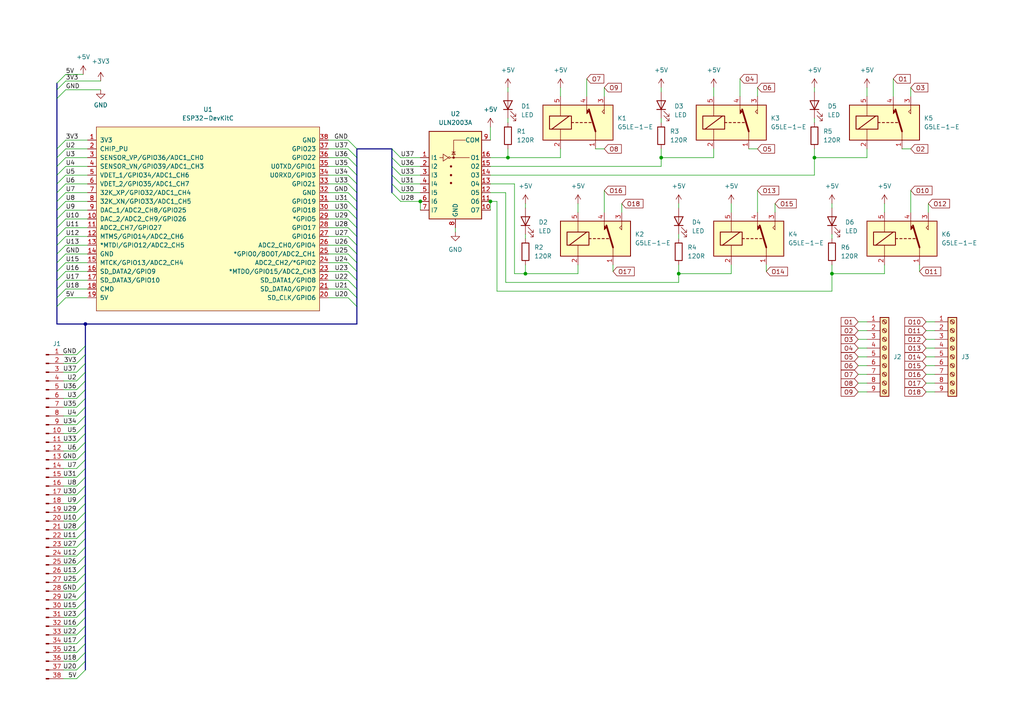
<source format=kicad_sch>
(kicad_sch (version 20211123) (generator eeschema)
  (paper "A4")
  (lib_symbols
    (symbol "Connector:Conn_01x38_Male" (pin_names (offset 1.016) hide)
      (property "Reference" "J" (at 0 48.26 0))
      (property "Value" "Conn_01x38_Male" (at 0 -50.8 0))
      (symbol "Conn_01x38_Male_1_1"
        (pin passive line (at 5.08 45.72 180) (length 3.81) (name "Pin_1") (number "1"))
        (pin passive line (at 5.08 22.86 180) (length 3.81) (name "Pin_10") (number "10"))
        (pin passive line (at 5.08 20.32 180) (length 3.81) (name "Pin_11") (number "11"))
        (pin passive line (at 5.08 17.78 180) (length 3.81) (name "Pin_12") (number "12"))
        (pin passive line (at 5.08 15.24 180) (length 3.81) (name "Pin_13") (number "13"))
        (pin passive line (at 5.08 12.7 180) (length 3.81) (name "Pin_14") (number "14"))
        (pin passive line (at 5.08 10.16 180) (length 3.81) (name "Pin_15") (number "15"))
        (pin passive line (at 5.08 7.62 180) (length 3.81) (name "Pin_16") (number "16"))
        (pin passive line (at 5.08 5.08 180) (length 3.81) (name "Pin_17") (number "17"))
        (pin passive line (at 5.08 2.54 180) (length 3.81) (name "Pin_18") (number "18"))
        (pin passive line (at 5.08 0 180) (length 3.81) (name "Pin_19") (number "19"))
        (pin passive line (at 5.08 43.18 180) (length 3.81) (name "Pin_2") (number "2"))
        (pin passive line (at 5.08 -2.54 180) (length 3.81) (name "Pin_20") (number "20"))
        (pin passive line (at 5.08 -5.08 180) (length 3.81) (name "Pin_21") (number "21"))
        (pin passive line (at 5.08 -7.62 180) (length 3.81) (name "Pin_22") (number "22"))
        (pin passive line (at 5.08 -10.16 180) (length 3.81) (name "Pin_23") (number "23"))
        (pin passive line (at 5.08 -12.7 180) (length 3.81) (name "Pin_24") (number "24"))
        (pin passive line (at 5.08 -15.24 180) (length 3.81) (name "Pin_25") (number "25"))
        (pin passive line (at 5.08 -17.78 180) (length 3.81) (name "Pin_26") (number "26"))
        (pin passive line (at 5.08 -20.32 180) (length 3.81) (name "Pin_27") (number "27"))
        (pin passive line (at 5.08 -22.86 180) (length 3.81) (name "Pin_28") (number "28"))
        (pin passive line (at 5.08 -25.4 180) (length 3.81) (name "Pin_29") (number "29"))
        (pin passive line (at 5.08 40.64 180) (length 3.81) (name "Pin_3") (number "3"))
        (pin passive line (at 5.08 -27.94 180) (length 3.81) (name "Pin_30") (number "30"))
        (pin passive line (at 5.08 -30.48 180) (length 3.81) (name "Pin_31") (number "31"))
        (pin passive line (at 5.08 -33.02 180) (length 3.81) (name "Pin_32") (number "32"))
        (pin passive line (at 5.08 -35.56 180) (length 3.81) (name "Pin_33") (number "33"))
        (pin passive line (at 5.08 -38.1 180) (length 3.81) (name "Pin_34") (number "34"))
        (pin passive line (at 5.08 -40.64 180) (length 3.81) (name "Pin_35") (number "35"))
        (pin passive line (at 5.08 -43.18 180) (length 3.81) (name "Pin_36") (number "36"))
        (pin passive line (at 5.08 -45.72 180) (length 3.81) (name "Pin_37") (number "37"))
        (pin passive line (at 5.08 -48.26 180) (length 3.81) (name "Pin_38") (number "38"))
        (pin passive line (at 5.08 38.1 180) (length 3.81) (name "Pin_4") (number "4"))
        (pin passive line (at 5.08 35.56 180) (length 3.81) (name "Pin_5") (number "5"))
        (pin passive line (at 5.08 33.02 180) (length 3.81) (name "Pin_6") (number "6"))
        (pin passive line (at 5.08 30.48 180) (length 3.81) (name "Pin_7") (number "7"))
        (pin passive line (at 5.08 27.94 180) (length 3.81) (name "Pin_8") (number "8"))
        (pin passive line (at 5.08 25.4 180) (length 3.81) (name "Pin_9") (number "9"))
      )
    )
    (symbol "Connector:Screw_Terminal_01x09" (pin_names (offset 1.016) hide)
      (property "Reference" "J" (at 0 12.7 0))
      (property "Value" "Screw_Terminal_01x09" (at 0 -12.7 0))
      (symbol "Screw_Terminal_01x09_1_1"
        (pin passive line (at -5.08 10.16 0) (length 3.81) (name "Pin_1") (number "1"))
        (pin passive line (at -5.08 7.62 0) (length 3.81) (name "Pin_2") (number "2"))
        (pin passive line (at -5.08 5.08 0) (length 3.81) (name "Pin_3") (number "3"))
        (pin passive line (at -5.08 2.54 0) (length 3.81) (name "Pin_4") (number "4"))
        (pin passive line (at -5.08 0 0) (length 3.81) (name "Pin_5") (number "5"))
        (pin passive line (at -5.08 -2.54 0) (length 3.81) (name "Pin_6") (number "6"))
        (pin passive line (at -5.08 -5.08 0) (length 3.81) (name "Pin_7") (number "7"))
        (pin passive line (at -5.08 -7.62 0) (length 3.81) (name "Pin_8") (number "8"))
        (pin passive line (at -5.08 -10.16 0) (length 3.81) (name "Pin_9") (number "9"))
      )
    )
    (symbol "Device:LED" (pin_numbers hide) (pin_names (offset 1.016) hide)
      (property "Reference" "D" (at 0 2.54 0))
      (property "Value" "LED" (at 0 -2.54 0))
      (symbol "LED_1_1"
        (pin passive line (at -3.81 0 0) (length 2.54) (name "K") (number "1"))
        (pin passive line (at 3.81 0 180) (length 2.54) (name "A") (number "2"))
      )
    )
    (symbol "Device:R" (pin_numbers hide) (pin_names (offset 0))
      (property "Reference" "R" (at 2.032 0 90))
      (property "Value" "R" (at 0 0 90))
      (symbol "R_1_1"
        (pin passive line (at 0 3.81 270) (length 1.27) (name "~") (number "1"))
        (pin passive line (at 0 -3.81 90) (length 1.27) (name "~") (number "2"))
      )
    )
    (symbol "Espressif:ESP32-DevKitC" (pin_names (offset 1.016))
      (property "Reference" "U" (at -8.89 26.67 0))
      (property "Value" "ESP32-DevKitC" (at 0 -29.21 0))
      (symbol "ESP32-DevKitC_0_0"
        (pin power_in line (at -33.02 -11.43 0) (length 2.54) (name "GND") (number "14"))
        (pin power_in line (at -33.02 -24.13 0) (length 2.54) (name "5V") (number "19"))
      )
      (symbol "ESP32-DevKitC_1_1"
        (pin power_in line (at -33.02 21.59 0) (length 2.54) (name "3V3") (number "1"))
        (pin bidirectional line (at -33.02 -1.27 0) (length 2.54) (name "DAC_2/ADC2_CH9/GPIO26") (number "10"))
        (pin bidirectional line (at -33.02 -3.81 0) (length 2.54) (name "ADC2_CH7/GPIO27") (number "11"))
        (pin bidirectional line (at -33.02 -6.35 0) (length 2.54) (name "MTMS/GPIO14/ADC2_CH6") (number "12"))
        (pin bidirectional line (at -33.02 -8.89 0) (length 2.54) (name "*MTDI/GPIO12/ADC2_CH5") (number "13"))
        (pin bidirectional line (at -33.02 -13.97 0) (length 2.54) (name "MTCK/GPIO13/ADC2_CH4") (number "15"))
        (pin bidirectional line (at -33.02 -16.51 0) (length 2.54) (name "SD_DATA2/GPIO9") (number "16"))
        (pin bidirectional line (at -33.02 -19.05 0) (length 2.54) (name "SD_DATA3/GPIO10") (number "17"))
        (pin bidirectional line (at -33.02 -21.59 0) (length 2.54) (name "CMD") (number "18"))
        (pin input line (at -33.02 19.05 0) (length 2.54) (name "CHIP_PU") (number "2"))
        (pin bidirectional line (at 36.83 -24.13 180) (length 2.54) (name "SD_CLK/GPIO6") (number "20"))
        (pin bidirectional line (at 36.83 -21.59 180) (length 2.54) (name "SD_DATA0/GPIO7") (number "21"))
        (pin bidirectional line (at 36.83 -19.05 180) (length 2.54) (name "SD_DATA1/GPIO8") (number "22"))
        (pin bidirectional line (at 36.83 -16.51 180) (length 2.54) (name "*MTDO/GPIO15/ADC2_CH3") (number "23"))
        (pin bidirectional line (at 36.83 -13.97 180) (length 2.54) (name "ADC2_CH2/*GPIO2") (number "24"))
        (pin bidirectional line (at 36.83 -11.43 180) (length 2.54) (name "*GPIO0/BOOT/ADC2_CH1") (number "25"))
        (pin bidirectional line (at 36.83 -8.89 180) (length 2.54) (name "ADC2_CH0/GPIO4") (number "26"))
        (pin bidirectional line (at 36.83 -6.35 180) (length 2.54) (name "GPIO16") (number "27"))
        (pin bidirectional line (at 36.83 -3.81 180) (length 2.54) (name "GPIO17") (number "28"))
        (pin bidirectional line (at 36.83 -1.27 180) (length 2.54) (name "*GPIO5") (number "29"))
        (pin input line (at -33.02 16.51 0) (length 2.54) (name "SENSOR_VP/GPIO36/ADC1_CH0") (number "3"))
        (pin bidirectional line (at 36.83 1.27 180) (length 2.54) (name "GPIO18") (number "30"))
        (pin bidirectional line (at 36.83 3.81 180) (length 2.54) (name "GPIO19") (number "31"))
        (pin power_in line (at 36.83 6.35 180) (length 2.54) (name "GND") (number "32"))
        (pin bidirectional line (at 36.83 8.89 180) (length 2.54) (name "GPIO21") (number "33"))
        (pin bidirectional line (at 36.83 11.43 180) (length 2.54) (name "U0RXD/GPIO3") (number "34"))
        (pin bidirectional line (at 36.83 13.97 180) (length 2.54) (name "U0TXD/GPIO1") (number "35"))
        (pin bidirectional line (at 36.83 16.51 180) (length 2.54) (name "GPIO22") (number "36"))
        (pin bidirectional line (at 36.83 19.05 180) (length 2.54) (name "GPIO23") (number "37"))
        (pin power_in line (at 36.83 21.59 180) (length 2.54) (name "GND") (number "38"))
        (pin input line (at -33.02 13.97 0) (length 2.54) (name "SENSOR_VN/GPIO39/ADC1_CH3") (number "4"))
        (pin input line (at -33.02 11.43 0) (length 2.54) (name "VDET_1/GPIO34/ADC1_CH6") (number "5"))
        (pin input line (at -33.02 8.89 0) (length 2.54) (name "VDET_2/GPIO35/ADC1_CH7") (number "6"))
        (pin bidirectional line (at -33.02 6.35 0) (length 2.54) (name "32K_XP/GPIO32/ADC1_CH4") (number "7"))
        (pin bidirectional line (at -33.02 3.81 0) (length 2.54) (name "32K_XN/GPIO33/ADC1_CH5") (number "8"))
        (pin bidirectional line (at -33.02 1.27 0) (length 2.54) (name "DAC_1/ADC2_CH8/GPIO25") (number "9"))
      )
    )
    (symbol "Relay:G5LE-1"
      (property "Reference" "K" (at 11.43 3.81 0))
      (property "Value" "G5LE-1" (at 11.43 1.27 0))
      (symbol "G5LE-1_1_1"
        (pin passive line (at 5.08 -7.62 90) (length 2.54) (name "~") (number "1"))
        (pin passive line (at -5.08 -7.62 90) (length 2.54) (name "~") (number "2"))
        (pin passive line (at 7.62 7.62 270) (length 2.54) (name "~") (number "3"))
        (pin passive line (at 2.54 7.62 270) (length 2.54) (name "~") (number "4"))
        (pin passive line (at -5.08 7.62 270) (length 2.54) (name "~") (number "5"))
      )
    )
    (symbol "Transistor_Array:ULN2003A"
      (property "Reference" "U" (at 0 15.875 0))
      (property "Value" "ULN2003A" (at 0 13.97 0))
      (symbol "ULN2003A_1_1"
        (pin input line (at -10.16 5.08 0) (length 2.54) (name "I1") (number "1"))
        (pin open_collector line (at 10.16 -10.16 180) (length 2.54) (name "O7") (number "10"))
        (pin open_collector line (at 10.16 -7.62 180) (length 2.54) (name "O6") (number "11"))
        (pin open_collector line (at 10.16 -5.08 180) (length 2.54) (name "O5") (number "12"))
        (pin open_collector line (at 10.16 -2.54 180) (length 2.54) (name "O4") (number "13"))
        (pin open_collector line (at 10.16 0 180) (length 2.54) (name "O3") (number "14"))
        (pin open_collector line (at 10.16 2.54 180) (length 2.54) (name "O2") (number "15"))
        (pin open_collector line (at 10.16 5.08 180) (length 2.54) (name "O1") (number "16"))
        (pin input line (at -10.16 2.54 0) (length 2.54) (name "I2") (number "2"))
        (pin input line (at -10.16 0 0) (length 2.54) (name "I3") (number "3"))
        (pin input line (at -10.16 -2.54 0) (length 2.54) (name "I4") (number "4"))
        (pin input line (at -10.16 -5.08 0) (length 2.54) (name "I5") (number "5"))
        (pin input line (at -10.16 -7.62 0) (length 2.54) (name "I6") (number "6"))
        (pin input line (at -10.16 -10.16 0) (length 2.54) (name "I7") (number "7"))
        (pin power_in line (at 0 -15.24 90) (length 2.54) (name "GND") (number "8"))
        (pin passive line (at 10.16 10.16 180) (length 2.54) (name "COM") (number "9"))
      )
    )
    (symbol "power:+3.3V" (power) (pin_names (offset 0))
      (property "Value" "+3.3V" (at 0 3.556 0))
      (symbol "+3.3V_1_1"
        (pin power_in line (at 0 0 90) (length 0) hide (name "+3V3") (number "1"))
      )
    )
    (symbol "power:+5V" (power) (pin_names (offset 0))
      (property "Value" "+5V" (at 0 3.556 0))
      (symbol "+5V_1_1"
        (pin power_in line (at 0 0 90) (length 0) hide (name "+5V") (number "1"))
      )
    )
    (symbol "power:GND" (power) (pin_names (offset 0))
      (property "Value" "GND" (at 0 -3.81 0))
      (symbol "GND_1_1"
        (pin power_in line (at 0 0 270) (length 0) hide (name "GND") (number "1"))
      )
    )
  )
  (bus_alias "U" (members "U1" "U2" "U3" "U4" "U5" "U6" "U7"))
  (junction (at 152.4 79.375))
  (junction (at 142.24 58.42))
  (junction (at 241.3 79.375))
  (junction (at 191.77 45.72))
  (junction (at 24.765 93.98))
  (junction (at 236.22 45.72))
  (junction (at 147.32 45.72))
  (junction (at 196.85 79.375))
  (junction (at 121.92 58.42))
  (bus_entry (at 100.965 50.8) (size 2.54 2.54))
  (bus_entry (at 100.965 76.2) (size 2.54 2.54))
  (bus_entry (at 100.965 48.26) (size 2.54 2.54))
  (bus_entry (at 24.765 143.51) (size -2.54 2.54))
  (bus_entry (at 100.965 45.72) (size 2.54 2.54))
  (bus_entry (at 24.765 113.03) (size -2.54 2.54))
  (bus_entry (at 113.665 55.88) (size 2.54 2.54))
  (bus_entry (at 113.665 50.8) (size 2.54 2.54))
  (bus_entry (at 113.665 45.72) (size 2.54 2.54))
  (bus_entry (at 19.05 21.59) (size -2.54 2.54))
  (bus_entry (at 24.765 148.59) (size -2.54 2.54))
  (bus_entry (at 24.765 133.35) (size -2.54 2.54))
  (bus_entry (at 100.965 53.34) (size 2.54 2.54))
  (bus_entry (at 100.965 81.28) (size 2.54 2.54))
  (bus_entry (at 100.965 66.04) (size 2.54 2.54))
  (bus_entry (at 24.765 107.95) (size -2.54 2.54))
  (bus_entry (at 24.765 140.97) (size -2.54 2.54))
  (bus_entry (at 24.765 146.05) (size -2.54 2.54))
  (bus_entry (at 24.765 135.89) (size -2.54 2.54))
  (bus_entry (at 24.765 130.81) (size -2.54 2.54))
  (bus_entry (at 24.765 151.13) (size -2.54 2.54))
  (bus_entry (at 24.765 156.21) (size -2.54 2.54))
  (bus_entry (at 24.765 161.29) (size -2.54 2.54))
  (bus_entry (at 24.765 181.61) (size -2.54 2.54))
  (bus_entry (at 24.765 186.69) (size -2.54 2.54))
  (bus_entry (at 24.765 191.77) (size -2.54 2.54))
  (bus_entry (at 24.765 176.53) (size -2.54 2.54))
  (bus_entry (at 24.765 166.37) (size -2.54 2.54))
  (bus_entry (at 24.765 171.45) (size -2.54 2.54))
  (bus_entry (at 24.765 123.19) (size -2.54 2.54))
  (bus_entry (at 113.665 53.34) (size 2.54 2.54))
  (bus_entry (at 113.665 48.26) (size 2.54 2.54))
  (bus_entry (at 24.765 158.75) (size -2.54 2.54))
  (bus_entry (at 100.965 60.96) (size 2.54 2.54))
  (bus_entry (at 100.965 73.66) (size 2.54 2.54))
  (bus_entry (at 100.965 86.36) (size 2.54 2.54))
  (bus_entry (at 100.965 78.74) (size 2.54 2.54))
  (bus_entry (at 19.05 63.5) (size -2.54 2.54))
  (bus_entry (at 19.05 60.96) (size -2.54 2.54))
  (bus_entry (at 19.05 55.88) (size -2.54 2.54))
  (bus_entry (at 19.05 58.42) (size -2.54 2.54))
  (bus_entry (at 19.05 66.04) (size -2.54 2.54))
  (bus_entry (at 19.05 71.12) (size -2.54 2.54))
  (bus_entry (at 19.05 68.58) (size -2.54 2.54))
  (bus_entry (at 19.05 73.66) (size -2.54 2.54))
  (bus_entry (at 19.05 53.34) (size -2.54 2.54))
  (bus_entry (at 19.05 45.72) (size -2.54 2.54))
  (bus_entry (at 19.05 43.18) (size -2.54 2.54))
  (bus_entry (at 19.05 50.8) (size -2.54 2.54))
  (bus_entry (at 19.05 48.26) (size -2.54 2.54))
  (bus_entry (at 19.05 40.64) (size -2.54 2.54))
  (bus_entry (at 19.05 81.28) (size -2.54 2.54))
  (bus_entry (at 19.05 86.36) (size -2.54 2.54))
  (bus_entry (at 19.05 83.82) (size -2.54 2.54))
  (bus_entry (at 19.05 78.74) (size -2.54 2.54))
  (bus_entry (at 19.05 76.2) (size -2.54 2.54))
  (bus_entry (at 24.765 173.99) (size -2.54 2.54))
  (bus_entry (at 113.665 43.18) (size 2.54 2.54))
  (bus_entry (at 100.965 71.12) (size 2.54 2.54))
  (bus_entry (at 100.965 63.5) (size 2.54 2.54))
  (bus_entry (at 100.965 58.42) (size 2.54 2.54))
  (bus_entry (at 100.965 55.88) (size 2.54 2.54))
  (bus_entry (at 24.765 163.83) (size -2.54 2.54))
  (bus_entry (at 24.765 184.15) (size -2.54 2.54))
  (bus_entry (at 24.765 189.23) (size -2.54 2.54))
  (bus_entry (at 24.765 194.31) (size -2.54 2.54))
  (bus_entry (at 24.765 179.07) (size -2.54 2.54))
  (bus_entry (at 24.765 168.91) (size -2.54 2.54))
  (bus_entry (at 24.765 138.43) (size -2.54 2.54))
  (bus_entry (at 24.765 153.67) (size -2.54 2.54))
  (bus_entry (at 16.51 26.035) (size 2.54 -2.54))
  (bus_entry (at 16.51 28.575) (size 2.54 -2.54))
  (bus_entry (at 24.765 102.87) (size -2.54 2.54))
  (bus_entry (at 24.765 118.11) (size -2.54 2.54))
  (bus_entry (at 24.765 128.27) (size -2.54 2.54))
  (bus_entry (at 100.965 43.18) (size 2.54 2.54))
  (bus_entry (at 24.765 125.73) (size -2.54 2.54))
  (bus_entry (at 24.765 110.49) (size -2.54 2.54))
  (bus_entry (at 24.765 120.65) (size -2.54 2.54))
  (bus_entry (at 24.765 105.41) (size -2.54 2.54))
  (bus_entry (at 24.765 100.33) (size -2.54 2.54))
  (bus_entry (at 24.765 115.57) (size -2.54 2.54))
  (bus_entry (at 100.965 68.58) (size 2.54 2.54))
  (bus_entry (at 100.965 40.64) (size 2.54 2.54))
  (bus_entry (at 100.965 83.82) (size 2.54 2.54))
  (wire (pts (xy 18.415 151.13) (xy 22.225 151.13)))
  (bus (pts (xy 24.765 158.75) (xy 24.765 161.29)))
  (wire (pts (xy 241.3 84.455) (xy 241.3 79.375)))
  (bus (pts (xy 24.765 140.97) (xy 24.765 143.51)))
  (wire (pts (xy 142.24 45.72) (xy 147.32 45.72)))
  (wire (pts (xy 95.25 86.36) (xy 100.965 86.36)))
  (wire (pts (xy 18.415 173.99) (xy 22.225 173.99)))
  (bus (pts (xy 24.765 181.61) (xy 24.765 184.15)))
  (wire (pts (xy 147.32 34.29) (xy 147.32 35.56)))
  (bus (pts (xy 24.765 184.15) (xy 24.765 186.69)))
  (wire (pts (xy 18.415 123.19) (xy 22.225 123.19)))
  (bus (pts (xy 24.765 93.98) (xy 103.505 93.98)))
  (bus (pts (xy 113.665 48.26) (xy 113.665 50.8)))
  (wire (pts (xy 241.3 79.375) (xy 241.3 76.835)))
  (wire (pts (xy 219.71 25.4) (xy 219.71 27.94)))
  (wire (pts (xy 264.16 55.245) (xy 264.16 61.595)))
  (bus (pts (xy 24.765 161.29) (xy 24.765 163.83)))
  (wire (pts (xy 18.415 125.73) (xy 22.225 125.73)))
  (bus (pts (xy 16.51 28.575) (xy 16.51 43.18)))
  (bus (pts (xy 24.765 166.37) (xy 24.765 168.91)))
  (wire (pts (xy 269.24 59.055) (xy 269.24 61.595)))
  (bus (pts (xy 103.505 50.8) (xy 103.505 53.34)))
  (bus (pts (xy 103.505 71.12) (xy 103.505 73.66)))
  (wire (pts (xy 142.24 58.42) (xy 144.145 58.42)))
  (bus (pts (xy 103.505 73.66) (xy 103.505 76.2)))
  (wire (pts (xy 147.32 45.72) (xy 162.56 45.72)))
  (bus (pts (xy 16.51 66.04) (xy 16.51 68.58)))
  (wire (pts (xy 152.4 59.055) (xy 152.4 60.325)))
  (bus (pts (xy 24.765 138.43) (xy 24.765 140.97)))
  (wire (pts (xy 142.24 55.88) (xy 146.685 55.88)))
  (bus (pts (xy 24.765 146.05) (xy 24.765 148.59)))
  (wire (pts (xy 95.25 45.72) (xy 100.965 45.72)))
  (wire (pts (xy 95.25 58.42) (xy 100.965 58.42)))
  (wire (pts (xy 18.415 118.11) (xy 22.225 118.11)))
  (wire (pts (xy 18.415 120.65) (xy 22.225 120.65)))
  (wire (pts (xy 248.92 108.585) (xy 251.46 108.585)))
  (wire (pts (xy 95.25 78.74) (xy 100.965 78.74)))
  (bus (pts (xy 16.51 60.96) (xy 16.51 63.5)))
  (bus (pts (xy 24.765 143.51) (xy 24.765 146.05)))
  (bus (pts (xy 16.51 71.12) (xy 16.51 73.66)))
  (wire (pts (xy 19.05 23.495) (xy 29.21 23.495)))
  (wire (pts (xy 146.685 81.915) (xy 196.85 81.915)))
  (wire (pts (xy 196.85 79.375) (xy 196.85 76.835)))
  (bus (pts (xy 103.505 43.18) (xy 103.505 45.72)))
  (wire (pts (xy 142.24 50.8) (xy 236.22 50.8)))
  (bus (pts (xy 103.505 81.28) (xy 103.505 83.82)))
  (wire (pts (xy 18.415 189.23) (xy 22.225 189.23)))
  (wire (pts (xy 251.46 25.4) (xy 251.46 27.94)))
  (bus (pts (xy 24.765 100.33) (xy 24.765 102.87)))
  (bus (pts (xy 24.765 171.45) (xy 24.765 173.99)))
  (wire (pts (xy 95.25 76.2) (xy 100.965 76.2)))
  (wire (pts (xy 18.415 110.49) (xy 22.225 110.49)))
  (bus (pts (xy 16.51 53.34) (xy 16.51 55.88)))
  (bus (pts (xy 24.765 148.59) (xy 24.765 151.13)))
  (wire (pts (xy 19.05 58.42) (xy 25.4 58.42)))
  (bus (pts (xy 24.765 118.11) (xy 24.765 120.65)))
  (wire (pts (xy 191.77 45.72) (xy 191.77 43.18)))
  (wire (pts (xy 18.415 168.91) (xy 22.225 168.91)))
  (wire (pts (xy 147.32 45.72) (xy 147.32 43.18)))
  (wire (pts (xy 19.05 21.59) (xy 24.13 21.59)))
  (bus (pts (xy 16.51 93.98) (xy 24.765 93.98)))
  (wire (pts (xy 152.4 67.945) (xy 152.4 69.215)))
  (wire (pts (xy 175.26 25.4) (xy 175.26 27.94)))
  (wire (pts (xy 268.605 100.965) (xy 271.145 100.965)))
  (wire (pts (xy 142.24 48.26) (xy 191.77 48.26)))
  (wire (pts (xy 241.3 67.945) (xy 241.3 69.215)))
  (bus (pts (xy 24.765 123.19) (xy 24.765 125.73)))
  (wire (pts (xy 191.77 48.26) (xy 191.77 45.72)))
  (bus (pts (xy 103.505 43.18) (xy 113.665 43.18)))
  (bus (pts (xy 24.765 115.57) (xy 24.765 118.11)))
  (bus (pts (xy 24.765 151.13) (xy 24.765 153.67)))
  (wire (pts (xy 18.415 163.83) (xy 22.225 163.83)))
  (wire (pts (xy 19.05 71.12) (xy 25.4 71.12)))
  (wire (pts (xy 19.05 55.88) (xy 25.4 55.88)))
  (wire (pts (xy 268.605 111.125) (xy 271.145 111.125)))
  (wire (pts (xy 95.25 66.04) (xy 100.965 66.04)))
  (bus (pts (xy 103.505 58.42) (xy 103.505 60.96)))
  (wire (pts (xy 95.25 71.12) (xy 100.965 71.12)))
  (wire (pts (xy 167.64 59.055) (xy 167.64 61.595)))
  (bus (pts (xy 103.505 83.82) (xy 103.505 86.36)))
  (wire (pts (xy 19.05 76.2) (xy 25.4 76.2)))
  (bus (pts (xy 16.51 76.2) (xy 16.51 78.74)))
  (wire (pts (xy 207.01 45.72) (xy 207.01 43.18)))
  (wire (pts (xy 191.77 45.72) (xy 207.01 45.72)))
  (wire (pts (xy 19.05 66.04) (xy 25.4 66.04)))
  (wire (pts (xy 95.25 50.8) (xy 100.965 50.8)))
  (bus (pts (xy 24.765 107.95) (xy 24.765 110.49)))
  (wire (pts (xy 95.25 68.58) (xy 100.965 68.58)))
  (wire (pts (xy 18.415 130.81) (xy 22.225 130.81)))
  (wire (pts (xy 167.64 79.375) (xy 167.64 76.835)))
  (wire (pts (xy 147.32 25.4) (xy 147.32 26.67)))
  (bus (pts (xy 16.51 58.42) (xy 16.51 60.96)))
  (bus (pts (xy 16.51 24.13) (xy 16.51 26.035)))
  (wire (pts (xy 19.05 83.82) (xy 25.4 83.82)))
  (bus (pts (xy 103.505 53.34) (xy 103.505 55.88)))
  (bus (pts (xy 24.765 153.67) (xy 24.765 156.21)))
  (wire (pts (xy 18.415 194.31) (xy 22.225 194.31)))
  (wire (pts (xy 19.05 50.8) (xy 25.4 50.8)))
  (bus (pts (xy 16.51 55.88) (xy 16.51 58.42)))
  (bus (pts (xy 24.765 120.65) (xy 24.765 123.19)))
  (wire (pts (xy 18.415 113.03) (xy 22.225 113.03)))
  (bus (pts (xy 16.51 83.82) (xy 16.51 86.36)))
  (wire (pts (xy 19.05 63.5) (xy 25.4 63.5)))
  (wire (pts (xy 259.08 22.86) (xy 259.08 27.94)))
  (wire (pts (xy 264.16 25.4) (xy 264.16 27.94)))
  (wire (pts (xy 18.415 153.67) (xy 22.225 153.67)))
  (wire (pts (xy 95.25 48.26) (xy 100.965 48.26)))
  (wire (pts (xy 19.05 78.74) (xy 25.4 78.74)))
  (wire (pts (xy 268.605 106.045) (xy 271.145 106.045)))
  (bus (pts (xy 103.505 76.2) (xy 103.505 78.74)))
  (wire (pts (xy 266.7 78.74) (xy 266.7 76.835)))
  (wire (pts (xy 142.24 53.34) (xy 149.225 53.34)))
  (wire (pts (xy 268.605 108.585) (xy 271.145 108.585)))
  (bus (pts (xy 103.505 55.88) (xy 103.505 58.42)))
  (bus (pts (xy 16.51 45.72) (xy 16.51 48.26)))
  (wire (pts (xy 18.415 184.15) (xy 22.225 184.15)))
  (wire (pts (xy 152.4 79.375) (xy 167.64 79.375)))
  (wire (pts (xy 18.415 161.29) (xy 22.225 161.29)))
  (wire (pts (xy 116.205 53.34) (xy 121.92 53.34)))
  (wire (pts (xy 95.25 73.66) (xy 100.965 73.66)))
  (wire (pts (xy 248.92 106.045) (xy 251.46 106.045)))
  (wire (pts (xy 144.145 58.42) (xy 144.145 84.455)))
  (wire (pts (xy 241.3 79.375) (xy 256.54 79.375)))
  (bus (pts (xy 103.505 78.74) (xy 103.505 81.28)))
  (wire (pts (xy 241.3 59.055) (xy 241.3 60.325)))
  (wire (pts (xy 116.205 55.88) (xy 121.92 55.88)))
  (bus (pts (xy 103.505 66.04) (xy 103.505 68.58)))
  (wire (pts (xy 196.85 81.915) (xy 196.85 79.375)))
  (wire (pts (xy 191.77 34.29) (xy 191.77 35.56)))
  (wire (pts (xy 18.415 138.43) (xy 22.225 138.43)))
  (bus (pts (xy 24.765 156.21) (xy 24.765 158.75)))
  (wire (pts (xy 268.605 113.665) (xy 271.145 113.665)))
  (wire (pts (xy 196.85 67.945) (xy 196.85 69.215)))
  (wire (pts (xy 144.145 84.455) (xy 241.3 84.455)))
  (bus (pts (xy 24.765 179.07) (xy 24.765 181.61)))
  (bus (pts (xy 103.505 93.98) (xy 103.505 88.9)))
  (wire (pts (xy 95.25 40.64) (xy 100.965 40.64)))
  (wire (pts (xy 18.415 176.53) (xy 22.225 176.53)))
  (wire (pts (xy 236.22 45.72) (xy 236.22 43.18)))
  (wire (pts (xy 18.415 191.77) (xy 22.225 191.77)))
  (wire (pts (xy 18.415 107.95) (xy 22.225 107.95)))
  (wire (pts (xy 248.92 100.965) (xy 251.46 100.965)))
  (wire (pts (xy 268.605 95.885) (xy 271.145 95.885)))
  (bus (pts (xy 103.505 68.58) (xy 103.505 71.12)))
  (bus (pts (xy 16.51 48.26) (xy 16.51 50.8)))
  (wire (pts (xy 248.92 113.665) (xy 251.46 113.665)))
  (wire (pts (xy 18.415 146.05) (xy 22.225 146.05)))
  (wire (pts (xy 18.415 186.69) (xy 22.225 186.69)))
  (wire (pts (xy 236.22 34.29) (xy 236.22 35.56)))
  (bus (pts (xy 113.665 50.8) (xy 113.665 53.34)))
  (wire (pts (xy 18.415 171.45) (xy 22.225 171.45)))
  (wire (pts (xy 19.05 86.36) (xy 25.4 86.36)))
  (wire (pts (xy 256.54 59.055) (xy 256.54 61.595)))
  (wire (pts (xy 116.205 48.26) (xy 121.92 48.26)))
  (wire (pts (xy 149.225 79.375) (xy 152.4 79.375)))
  (wire (pts (xy 177.8 78.74) (xy 177.8 76.835)))
  (wire (pts (xy 248.92 93.345) (xy 251.46 93.345)))
  (wire (pts (xy 95.25 81.28) (xy 100.965 81.28)))
  (wire (pts (xy 19.05 45.72) (xy 25.4 45.72)))
  (bus (pts (xy 24.765 110.49) (xy 24.765 113.03)))
  (wire (pts (xy 172.72 43.18) (xy 175.26 43.18)))
  (wire (pts (xy 18.415 158.75) (xy 22.225 158.75)))
  (wire (pts (xy 116.205 45.72) (xy 121.92 45.72)))
  (wire (pts (xy 196.85 59.055) (xy 196.85 60.325)))
  (wire (pts (xy 196.85 79.375) (xy 212.09 79.375)))
  (wire (pts (xy 18.415 179.07) (xy 22.225 179.07)))
  (wire (pts (xy 224.79 59.055) (xy 224.79 61.595)))
  (wire (pts (xy 248.92 95.885) (xy 251.46 95.885)))
  (bus (pts (xy 24.765 113.03) (xy 24.765 115.57)))
  (bus (pts (xy 103.505 45.72) (xy 103.505 48.26)))
  (wire (pts (xy 162.56 25.4) (xy 162.56 27.94)))
  (bus (pts (xy 24.765 176.53) (xy 24.765 179.07)))
  (wire (pts (xy 121.92 58.42) (xy 121.92 60.96)))
  (wire (pts (xy 236.22 50.8) (xy 236.22 45.72)))
  (wire (pts (xy 19.05 48.26) (xy 25.4 48.26)))
  (wire (pts (xy 95.25 53.34) (xy 100.965 53.34)))
  (bus (pts (xy 24.765 93.98) (xy 24.765 100.33)))
  (wire (pts (xy 207.01 25.4) (xy 207.01 27.94)))
  (wire (pts (xy 18.415 166.37) (xy 22.225 166.37)))
  (wire (pts (xy 268.605 93.345) (xy 271.145 93.345)))
  (wire (pts (xy 142.24 58.42) (xy 142.24 60.96)))
  (wire (pts (xy 236.22 25.4) (xy 236.22 26.67)))
  (bus (pts (xy 24.765 186.69) (xy 24.765 189.23)))
  (wire (pts (xy 248.92 103.505) (xy 251.46 103.505)))
  (bus (pts (xy 16.51 78.74) (xy 16.51 81.28)))
  (wire (pts (xy 18.415 128.27) (xy 22.225 128.27)))
  (wire (pts (xy 19.05 68.58) (xy 25.4 68.58)))
  (bus (pts (xy 113.665 53.34) (xy 113.665 55.88)))
  (bus (pts (xy 16.51 26.035) (xy 16.51 28.575)))
  (wire (pts (xy 268.605 98.425) (xy 271.145 98.425)))
  (wire (pts (xy 212.09 59.055) (xy 212.09 61.595)))
  (wire (pts (xy 170.18 22.86) (xy 170.18 27.94)))
  (wire (pts (xy 146.685 55.88) (xy 146.685 81.915)))
  (bus (pts (xy 24.765 168.91) (xy 24.765 171.45)))
  (bus (pts (xy 16.51 86.36) (xy 16.51 88.9)))
  (bus (pts (xy 113.665 45.72) (xy 113.665 48.26)))
  (bus (pts (xy 24.765 130.81) (xy 24.765 133.35)))
  (wire (pts (xy 180.34 59.055) (xy 180.34 61.595)))
  (bus (pts (xy 24.765 135.89) (xy 24.765 138.43)))
  (wire (pts (xy 18.415 135.89) (xy 22.225 135.89)))
  (wire (pts (xy 19.05 26.035) (xy 29.21 26.035)))
  (wire (pts (xy 18.415 133.35) (xy 22.225 133.35)))
  (wire (pts (xy 162.56 45.72) (xy 162.56 43.18)))
  (wire (pts (xy 95.25 60.96) (xy 100.965 60.96)))
  (wire (pts (xy 95.25 55.88) (xy 100.965 55.88)))
  (wire (pts (xy 95.25 43.18) (xy 100.965 43.18)))
  (wire (pts (xy 19.05 81.28) (xy 25.4 81.28)))
  (bus (pts (xy 24.765 125.73) (xy 24.765 128.27)))
  (wire (pts (xy 261.62 43.18) (xy 264.16 43.18)))
  (wire (pts (xy 268.605 103.505) (xy 271.145 103.505)))
  (wire (pts (xy 18.415 115.57) (xy 22.225 115.57)))
  (wire (pts (xy 142.24 40.64) (xy 142.24 36.83)))
  (bus (pts (xy 16.51 63.5) (xy 16.51 66.04)))
  (bus (pts (xy 103.505 86.36) (xy 103.505 88.9)))
  (wire (pts (xy 248.92 98.425) (xy 251.46 98.425)))
  (wire (pts (xy 116.205 58.42) (xy 121.92 58.42)))
  (wire (pts (xy 19.05 53.34) (xy 25.4 53.34)))
  (wire (pts (xy 19.05 60.96) (xy 25.4 60.96)))
  (bus (pts (xy 16.51 81.28) (xy 16.51 83.82)))
  (bus (pts (xy 24.765 191.77) (xy 24.765 194.31)))
  (bus (pts (xy 24.765 133.35) (xy 24.765 135.89)))
  (bus (pts (xy 103.505 60.96) (xy 103.505 63.5)))
  (wire (pts (xy 248.92 111.125) (xy 251.46 111.125)))
  (bus (pts (xy 16.51 73.66) (xy 16.51 76.2)))
  (wire (pts (xy 18.415 156.21) (xy 22.225 156.21)))
  (wire (pts (xy 18.415 181.61) (xy 22.225 181.61)))
  (wire (pts (xy 214.63 22.86) (xy 214.63 27.94)))
  (wire (pts (xy 212.09 79.375) (xy 212.09 76.835)))
  (wire (pts (xy 251.46 45.72) (xy 251.46 43.18)))
  (bus (pts (xy 16.51 88.9) (xy 16.51 93.98)))
  (bus (pts (xy 24.765 128.27) (xy 24.765 130.81)))
  (wire (pts (xy 152.4 79.375) (xy 152.4 76.835)))
  (bus (pts (xy 103.505 48.26) (xy 103.505 50.8)))
  (wire (pts (xy 19.05 40.64) (xy 25.4 40.64)))
  (bus (pts (xy 24.765 189.23) (xy 24.765 191.77)))
  (wire (pts (xy 222.25 78.74) (xy 222.25 76.835)))
  (bus (pts (xy 113.665 43.18) (xy 113.665 45.72)))
  (wire (pts (xy 95.25 63.5) (xy 100.965 63.5)))
  (bus (pts (xy 24.765 105.41) (xy 24.765 107.95)))
  (bus (pts (xy 16.51 43.18) (xy 16.51 45.72)))
  (wire (pts (xy 18.415 196.85) (xy 22.225 196.85)))
  (wire (pts (xy 18.415 140.97) (xy 22.225 140.97)))
  (wire (pts (xy 95.25 83.82) (xy 100.965 83.82)))
  (wire (pts (xy 19.05 73.66) (xy 25.4 73.66)))
  (wire (pts (xy 149.225 53.34) (xy 149.225 79.375)))
  (wire (pts (xy 18.415 148.59) (xy 22.225 148.59)))
  (wire (pts (xy 18.415 105.41) (xy 22.225 105.41)))
  (wire (pts (xy 132.08 66.04) (xy 132.08 67.31)))
  (wire (pts (xy 18.415 102.87) (xy 22.225 102.87)))
  (wire (pts (xy 256.54 79.375) (xy 256.54 76.835)))
  (wire (pts (xy 175.26 55.245) (xy 175.26 61.595)))
  (bus (pts (xy 103.505 63.5) (xy 103.505 66.04)))
  (bus (pts (xy 24.765 173.99) (xy 24.765 176.53)))
  (bus (pts (xy 24.765 163.83) (xy 24.765 166.37)))
  (wire (pts (xy 219.71 55.245) (xy 219.71 61.595)))
  (wire (pts (xy 191.77 25.4) (xy 191.77 26.67)))
  (wire (pts (xy 19.05 43.18) (xy 25.4 43.18)))
  (wire (pts (xy 217.17 43.18) (xy 219.71 43.18)))
  (wire (pts (xy 236.22 45.72) (xy 251.46 45.72)))
  (bus (pts (xy 24.765 102.87) (xy 24.765 105.41)))
  (bus (pts (xy 16.51 50.8) (xy 16.51 53.34)))
  (bus (pts (xy 16.51 68.58) (xy 16.51 71.12)))
  (wire (pts (xy 18.415 143.51) (xy 22.225 143.51)))
  (wire (pts (xy 116.205 50.8) (xy 121.92 50.8)))
  (label "U17" (at 22.225 186.69 180))
  (label "U30" (at 100.965 60.96 180))
  (label "U11" (at 19.05 66.04 0))
  (label "U3" (at 22.225 115.57 180))
  (label "U6" (at 19.05 53.34 0))
  (label "U10" (at 22.225 151.13 180))
  (label "U6" (at 22.225 130.81 180))
  (label "U2" (at 22.225 110.49 180))
  (label "U3" (at 19.05 45.72 0))
  (label "U26" (at 22.225 163.83 180))
  (label "U37" (at 116.205 45.72 0))
  (label "U29" (at 100.965 63.5 180))
  (label "U35" (at 22.225 118.11 180))
  (label "U16" (at 19.05 78.74 0))
  (label "U33" (at 100.965 53.34 180))
  (label "GND" (at 22.225 133.35 180))
  (label "U8" (at 22.225 140.97 180))
  (label "U31" (at 116.205 53.34 0))
  (label "U23" (at 22.225 179.07 180))
  (label "U36" (at 116.205 48.26 0))
  (label "U28" (at 116.205 58.42 0))
  (label "U4" (at 22.225 120.65 180))
  (label "U26" (at 100.965 71.12 180))
  (label "U29" (at 22.225 148.59 180))
  (label "U11" (at 22.225 156.21 180))
  (label "U25" (at 22.225 168.91 180))
  (label "U30" (at 22.225 143.51 180))
  (label "U31" (at 22.225 138.43 180))
  (label "U23" (at 100.965 78.74 180))
  (label "U21" (at 22.225 189.23 180))
  (label "U9" (at 22.225 146.05 180))
  (label "GND" (at 100.965 55.88 180))
  (label "U7" (at 19.05 55.88 0))
  (label "U28" (at 22.225 153.67 180))
  (label "U4" (at 19.05 48.26 0))
  (label "U18" (at 22.225 191.77 180))
  (label "U27" (at 100.965 68.58 180))
  (label "U17" (at 19.05 81.28 0))
  (label "U18" (at 19.05 83.82 0))
  (label "3V3" (at 19.05 40.64 0))
  (label "U12" (at 22.225 161.29 180))
  (label "U31" (at 100.965 58.42 180))
  (label "5V" (at 19.05 86.36 0))
  (label "U10" (at 19.05 63.5 0))
  (label "U21" (at 100.965 83.82 180))
  (label "U24" (at 22.225 173.99 180))
  (label "GND" (at 100.965 40.64 180))
  (label "U34" (at 22.225 123.19 180))
  (label "U25" (at 100.965 73.66 180))
  (label "U22" (at 100.965 81.28 180))
  (label "3V3" (at 22.225 105.41 180))
  (label "U24" (at 100.965 76.2 180))
  (label "U28" (at 100.965 66.04 180))
  (label "U13" (at 19.05 71.12 0))
  (label "U2" (at 19.05 43.18 0))
  (label "U20" (at 100.965 86.36 180))
  (label "GND" (at 19.05 73.66 0))
  (label "U33" (at 116.205 50.8 0))
  (label "U15" (at 19.05 76.2 0))
  (label "U37" (at 22.225 107.95 180))
  (label "U16" (at 22.225 181.61 180))
  (label "3V3" (at 19.05 23.495 0))
  (label "GND" (at 19.05 26.035 0))
  (label "GND" (at 22.225 171.45 180))
  (label "U5" (at 19.05 50.8 0))
  (label "U35" (at 100.965 48.26 180))
  (label "U36" (at 100.965 45.72 180))
  (label "U30" (at 116.205 55.88 0))
  (label "U12" (at 19.05 68.58 0))
  (label "GND" (at 22.225 102.87 180))
  (label "U9" (at 19.05 60.96 0))
  (label "U37" (at 100.965 43.18 180))
  (label "U36" (at 22.225 113.03 180))
  (label "U8" (at 19.05 58.42 0))
  (label "U22" (at 22.225 184.15 180))
  (label "U34" (at 100.965 50.8 180))
  (label "5V" (at 22.225 196.85 180))
  (label "U5" (at 22.225 125.73 180))
  (label "U20" (at 22.225 194.31 180))
  (label "U13" (at 22.225 166.37 180))
  (label "U15" (at 22.225 176.53 180))
  (label "U7" (at 22.225 135.89 180))
  (label "5V" (at 19.05 21.59 0))
  (label "U27" (at 22.225 158.75 180))
  (label "U33" (at 22.225 128.27 180))
  (global_label "O1" (shape input) (at 248.92 93.345 180) (property "Intersheet References" "${INTERSHEET_REFS}" (effects hide)))
  (global_label "O14" (shape input) (at 268.605 103.505 180) (property "Intersheet References" "${INTERSHEET_REFS}" (effects hide)))
  (global_label "O4" (shape input) (at 214.63 22.86 0) (property "Intersheet References" "${INTERSHEET_REFS}" (effects hide)))
  (global_label "O18" (shape input) (at 268.605 113.665 180) (property "Intersheet References" "${INTERSHEET_REFS}" (effects hide)))
  (global_label "O2" (shape input) (at 264.16 43.18 0) (property "Intersheet References" "${INTERSHEET_REFS}" (effects hide)))
  (global_label "O13" (shape input) (at 268.605 100.965 180) (property "Intersheet References" "${INTERSHEET_REFS}" (effects hide)))
  (global_label "O15" (shape input) (at 224.79 59.055 0) (property "Intersheet References" "${INTERSHEET_REFS}" (effects hide)))
  (global_label "O14" (shape input) (at 222.25 78.74 0) (property "Intersheet References" "${INTERSHEET_REFS}" (effects hide)))
  (global_label "O17" (shape input) (at 268.605 111.125 180) (property "Intersheet References" "${INTERSHEET_REFS}" (effects hide)))
  (global_label "O17" (shape input) (at 177.8 78.74 0) (property "Intersheet References" "${INTERSHEET_REFS}" (effects hide)))
  (global_label "O9" (shape input) (at 175.26 25.4 0) (property "Intersheet References" "${INTERSHEET_REFS}" (effects hide)))
  (global_label "O16" (shape input) (at 175.26 55.245 0) (property "Intersheet References" "${INTERSHEET_REFS}" (effects hide)))
  (global_label "O4" (shape input) (at 248.92 100.965 180) (property "Intersheet References" "${INTERSHEET_REFS}" (effects hide)))
  (global_label "O16" (shape input) (at 268.605 108.585 180) (property "Intersheet References" "${INTERSHEET_REFS}" (effects hide)))
  (global_label "O5" (shape input) (at 219.71 43.18 0) (property "Intersheet References" "${INTERSHEET_REFS}" (effects hide)))
  (global_label "O6" (shape input) (at 248.92 106.045 180) (property "Intersheet References" "${INTERSHEET_REFS}" (effects hide)))
  (global_label "O6" (shape input) (at 219.71 25.4 0) (property "Intersheet References" "${INTERSHEET_REFS}" (effects hide)))
  (global_label "O3" (shape input) (at 264.16 25.4 0) (property "Intersheet References" "${INTERSHEET_REFS}" (effects hide)))
  (global_label "O10" (shape input) (at 264.16 55.245 0) (property "Intersheet References" "${INTERSHEET_REFS}" (effects hide)))
  (global_label "O12" (shape input) (at 269.24 59.055 0) (property "Intersheet References" "${INTERSHEET_REFS}" (effects hide)))
  (global_label "O8" (shape input) (at 175.26 43.18 0) (property "Intersheet References" "${INTERSHEET_REFS}" (effects hide)))
  (global_label "O7" (shape input) (at 170.18 22.86 0) (property "Intersheet References" "${INTERSHEET_REFS}" (effects hide)))
  (global_label "O11" (shape input) (at 268.605 95.885 180) (property "Intersheet References" "${INTERSHEET_REFS}" (effects hide)))
  (global_label "O15" (shape input) (at 268.605 106.045 180) (property "Intersheet References" "${INTERSHEET_REFS}" (effects hide)))
  (global_label "O11" (shape input) (at 266.7 78.74 0) (property "Intersheet References" "${INTERSHEET_REFS}" (effects hide)))
  (global_label "O18" (shape input) (at 180.34 59.055 0) (property "Intersheet References" "${INTERSHEET_REFS}" (effects hide)))
  (global_label "O3" (shape input) (at 248.92 98.425 180) (property "Intersheet References" "${INTERSHEET_REFS}" (effects hide)))
  (global_label "O8" (shape input) (at 248.92 111.125 180) (property "Intersheet References" "${INTERSHEET_REFS}" (effects hide)))
  (global_label "O5" (shape input) (at 248.92 103.505 180) (property "Intersheet References" "${INTERSHEET_REFS}" (effects hide)))
  (global_label "O2" (shape input) (at 248.92 95.885 180) (property "Intersheet References" "${INTERSHEET_REFS}" (effects hide)))
  (global_label "O13" (shape input) (at 219.71 55.245 0) (property "Intersheet References" "${INTERSHEET_REFS}" (effects hide)))
  (global_label "O7" (shape input) (at 248.92 108.585 180) (property "Intersheet References" "${INTERSHEET_REFS}" (effects hide)))
  (global_label "O10" (shape input) (at 268.605 93.345 180) (property "Intersheet References" "${INTERSHEET_REFS}" (effects hide)))
  (global_label "O12" (shape input) (at 268.605 98.425 180) (property "Intersheet References" "${INTERSHEET_REFS}" (effects hide)))
  (global_label "O9" (shape input) (at 248.92 113.665 180) (property "Intersheet References" "${INTERSHEET_REFS}" (effects hide)))
  (global_label "O1" (shape input) (at 259.08 22.86 0) (property "Intersheet References" "${INTERSHEET_REFS}" (effects hide)))
  (symbol (lib_id "power:+5V") (at 241.3 59.055 0) (unit 1)
    (property "Reference" "#PWR015" (effects hide))
    (property "Value" "+5V" (at 241.3 53.975 0))
  )
  (symbol (lib_id "Connector:Screw_Terminal_01x09") (at 256.54 103.505 0) (unit 1)
    (property "Reference" "J2" (at 259.08 103.5049 0) (effects (justify left)))
    (property "Value" "Screw_Terminal_01x09" (effects hide))
    (property "Footprint" "TerminalBlock_RND:TerminalBlock_RND_205-00294_1x09_P5.08mm_Horizontal" (effects hide))
  )
  (symbol (lib_id "Device:R") (at 196.85 73.025 0) (unit 1)
    (property "Reference" "R4" (at 199.39 71.7549 0) (effects (justify left)))
    (property "Value" "120R" (at 199.39 74.2949 0) (effects (justify left)))
    (property "Footprint" "Resistor_SMD:R_0603_1608Metric" (effects hide))
  )
  (symbol (lib_id "Connector:Conn_01x38_Male") (at 13.335 148.59 0) (unit 1)
    (property "Reference" "J1" (at 16.51 99.695 0))
    (property "Value" "Conn_01x38_Male" (effects hide))
    (property "Footprint" "Connector_PinHeader_2.54mm:PinHeader_2x19_P2.54mm_Vertical" (effects hide))
  )
  (symbol (lib_id "power:+5V") (at 152.4 59.055 0) (unit 1)
    (property "Reference" "#PWR07" (effects hide))
    (property "Value" "+5V" (at 152.4 53.975 0))
  )
  (symbol (lib_id "power:+5V") (at 162.56 25.4 0) (unit 1)
    (property "Reference" "#PWR08" (effects hide))
    (property "Value" "+5V" (at 162.56 20.32 0))
  )
  (symbol (lib_id "power:+5V") (at 207.01 25.4 0) (unit 1)
    (property "Reference" "#PWR012" (effects hide))
    (property "Value" "+5V" (at 207.01 20.32 0))
  )
  (symbol (lib_id "power:GND") (at 132.08 67.31 0) (unit 1)
    (property "Reference" "#PWR04" (effects hide))
    (property "Value" "GND" (at 132.08 72.39 0))
  )
  (symbol (lib_id "Device:R") (at 236.22 39.37 0) (unit 1)
    (property "Reference" "R5" (at 238.76 38.0999 0) (effects (justify left)))
    (property "Value" "120R" (at 238.76 40.6399 0) (effects (justify left)))
    (property "Footprint" "Resistor_SMD:R_0603_1608Metric" (effects hide))
  )
  (symbol (lib_id "power:+5V") (at 142.24 36.83 0) (unit 1)
    (property "Reference" "#PWR05" (effects hide))
    (property "Value" "+5V" (at 142.24 31.75 0))
  )
  (symbol (lib_id "power:+5V") (at 24.13 21.59 0) (unit 1)
    (property "Reference" "#PWR01" (effects hide))
    (property "Value" "+5V" (at 24.13 16.51 0))
  )
  (symbol (lib_id "Relay:G5LE-1") (at 172.72 69.215 0) (unit 1)
    (property "Reference" "K2" (at 184.15 67.9449 0) (effects (justify left)))
    (property "Value" "G5LE-1-E" (at 184.15 70.4849 0) (effects (justify left)))
    (property "Footprint" "Relay_THT:Relay_SPDT_Omron-G5LE-1" (effects hide))
    (property "Datasheet" "http://www.omron.com/ecb/products/pdf/en-g5le.pdf" (effects hide))
  )
  (symbol (lib_id "power:+5V") (at 251.46 25.4 0) (unit 1)
    (property "Reference" "#PWR016" (effects hide))
    (property "Value" "+5V" (at 251.46 20.32 0))
  )
  (symbol (lib_id "Device:LED") (at 241.3 64.135 90) (unit 1)
    (property "Reference" "D6" (at 245.11 64.4524 90) (effects (justify right)))
    (property "Value" "LED" (at 245.11 66.9924 90) (effects (justify right)))
    (property "Footprint" "LED_SMD:LED_0603_1608Metric" (effects hide))
  )
  (symbol (lib_id "Connector:Screw_Terminal_01x09") (at 276.225 103.505 0) (unit 1)
    (property "Reference" "J3" (at 278.765 103.5049 0) (effects (justify left)))
    (property "Value" "Screw_Terminal_01x09" (effects hide))
    (property "Footprint" "TerminalBlock_RND:TerminalBlock_RND_205-00294_1x09_P5.08mm_Horizontal" (effects hide))
  )
  (symbol (lib_id "Relay:G5LE-1") (at 256.54 35.56 0) (unit 1)
    (property "Reference" "K5" (at 267.97 34.2899 0) (effects (justify left)))
    (property "Value" "G5LE-1-E" (at 267.97 36.8299 0) (effects (justify left)))
    (property "Footprint" "Relay_THT:Relay_SPDT_Omron-G5LE-1" (effects hide))
    (property "Datasheet" "http://www.omron.com/ecb/products/pdf/en-g5le.pdf" (effects hide))
  )
  (symbol (lib_id "Transistor_Array:ULN2003A") (at 132.08 50.8 0) (unit 1)
    (property "Reference" "U2" (at 132.08 33.02 0))
    (property "Value" "ULN2003A" (at 132.08 35.56 0))
    (property "Footprint" "Package_SO:SOIC-16_3.9x9.9mm_P1.27mm" (effects hide))
    (property "Datasheet" "http://www.ti.com/lit/ds/symlink/uln2003a.pdf" (effects hide))
  )
  (symbol (lib_id "Device:LED") (at 147.32 30.48 90) (unit 1)
    (property "Reference" "D1" (at 151.13 30.7974 90) (effects (justify right)))
    (property "Value" "LED" (at 151.13 33.3374 90) (effects (justify right)))
    (property "Footprint" "LED_SMD:LED_0603_1608Metric" (effects hide))
  )
  (symbol (lib_id "Device:R") (at 152.4 73.025 0) (unit 1)
    (property "Reference" "R2" (at 154.94 71.7549 0) (effects (justify left)))
    (property "Value" "120R" (at 154.94 74.2949 0) (effects (justify left)))
    (property "Footprint" "Resistor_SMD:R_0603_1608Metric" (effects hide))
  )
  (symbol (lib_id "Device:R") (at 191.77 39.37 0) (unit 1)
    (property "Reference" "R3" (at 194.31 38.0999 0) (effects (justify left)))
    (property "Value" "120R" (at 194.31 40.6399 0) (effects (justify left)))
    (property "Footprint" "Resistor_SMD:R_0603_1608Metric" (effects hide))
  )
  (symbol (lib_id "Device:LED") (at 196.85 64.135 90) (unit 1)
    (property "Reference" "D4" (at 200.66 64.4524 90) (effects (justify right)))
    (property "Value" "LED" (at 200.66 66.9924 90) (effects (justify right)))
    (property "Footprint" "LED_SMD:LED_0603_1608Metric" (effects hide))
  )
  (symbol (lib_id "Device:R") (at 241.3 73.025 0) (unit 1)
    (property "Reference" "R6" (at 243.84 71.7549 0) (effects (justify left)))
    (property "Value" "120R" (at 243.84 74.2949 0) (effects (justify left)))
    (property "Footprint" "Resistor_SMD:R_0603_1608Metric" (effects hide))
  )
  (symbol (lib_id "Relay:G5LE-1") (at 212.09 35.56 0) (unit 1)
    (property "Reference" "K3" (at 223.52 34.2899 0) (effects (justify left)))
    (property "Value" "G5LE-1-E" (at 223.52 36.8299 0) (effects (justify left)))
    (property "Footprint" "Relay_THT:Relay_SPDT_Omron-G5LE-1" (effects hide))
    (property "Datasheet" "http://www.omron.com/ecb/products/pdf/en-g5le.pdf" (effects hide))
  )
  (symbol (lib_id "Device:LED") (at 152.4 64.135 90) (unit 1)
    (property "Reference" "D2" (at 156.21 64.4524 90) (effects (justify right)))
    (property "Value" "LED" (at 156.21 66.9924 90) (effects (justify right)))
    (property "Footprint" "LED_SMD:LED_0603_1608Metric" (effects hide))
  )
  (symbol (lib_id "Relay:G5LE-1") (at 261.62 69.215 0) (unit 1)
    (property "Reference" "K6" (at 273.05 67.9449 0) (effects (justify left)))
    (property "Value" "G5LE-1-E" (at 273.05 70.4849 0) (effects (justify left)))
    (property "Footprint" "Relay_THT:Relay_SPDT_Omron-G5LE-1" (effects hide))
    (property "Datasheet" "http://www.omron.com/ecb/products/pdf/en-g5le.pdf" (effects hide))
  )
  (symbol (lib_id "power:+5V") (at 236.22 25.4 0) (unit 1)
    (property "Reference" "#PWR014" (effects hide))
    (property "Value" "+5V" (at 236.22 20.32 0))
  )
  (symbol (lib_id "power:+5V") (at 147.32 25.4 0) (unit 1)
    (property "Reference" "#PWR06" (effects hide))
    (property "Value" "+5V" (at 147.32 20.32 0))
  )
  (symbol (lib_id "Device:LED") (at 191.77 30.48 90) (unit 1)
    (property "Reference" "D3" (at 195.58 30.7974 90) (effects (justify right)))
    (property "Value" "LED" (at 195.58 33.3374 90) (effects (justify right)))
    (property "Footprint" "LED_SMD:LED_0603_1608Metric" (effects hide))
  )
  (symbol (lib_id "Device:R") (at 147.32 39.37 0) (unit 1)
    (property "Reference" "R1" (at 149.86 38.0999 0) (effects (justify left)))
    (property "Value" "120R" (at 149.86 40.6399 0) (effects (justify left)))
    (property "Footprint" "Resistor_SMD:R_0603_1608Metric" (effects hide))
  )
  (symbol (lib_id "power:+5V") (at 191.77 25.4 0) (unit 1)
    (property "Reference" "#PWR010" (effects hide))
    (property "Value" "+5V" (at 191.77 20.32 0))
  )
  (symbol (lib_id "power:+5V") (at 212.09 59.055 0) (unit 1)
    (property "Reference" "#PWR013" (effects hide))
    (property "Value" "+5V" (at 212.09 53.975 0))
  )
  (symbol (lib_id "Relay:G5LE-1") (at 167.64 35.56 0) (unit 1)
    (property "Reference" "K1" (at 179.07 34.2899 0) (effects (justify left)))
    (property "Value" "G5LE-1-E" (at 179.07 36.8299 0) (effects (justify left)))
    (property "Footprint" "Relay_THT:Relay_SPDT_Omron-G5LE-1" (effects hide))
    (property "Datasheet" "http://www.omron.com/ecb/products/pdf/en-g5le.pdf" (effects hide))
  )
  (symbol (lib_id "Espressif:ESP32-DevKitC") (at 58.42 62.23 0) (unit 1)
    (property "Reference" "U1" (at 60.325 31.75 0))
    (property "Value" "ESP32-DevKitC" (at 60.325 34.29 0))
    (property "Footprint" "Espressif:ESP32-DevKitC" (effects hide))
    (property "Datasheet" "https://docs.espressif.com/projects/esp-idf/zh_CN/latest/esp32/hw-reference/esp32/get-started-devkitc.html" (effects hide))
  )
  (symbol (lib_id "Device:LED") (at 236.22 30.48 90) (unit 1)
    (property "Reference" "D5" (at 240.03 30.7974 90) (effects (justify right)))
    (property "Value" "LED" (at 240.03 33.3374 90) (effects (justify right)))
    (property "Footprint" "LED_SMD:LED_0603_1608Metric" (effects hide))
  )
  (symbol (lib_id "Relay:G5LE-1") (at 217.17 69.215 0) (unit 1)
    (property "Reference" "K4" (at 228.6 67.9449 0) (effects (justify left)))
    (property "Value" "G5LE-1-E" (at 228.6 70.4849 0) (effects (justify left)))
    (property "Footprint" "Relay_THT:Relay_SPDT_Omron-G5LE-1" (effects hide))
    (property "Datasheet" "http://www.omron.com/ecb/products/pdf/en-g5le.pdf" (effects hide))
  )
  (symbol (lib_id "power:+5V") (at 196.85 59.055 0) (unit 1)
    (property "Reference" "#PWR011" (effects hide))
    (property "Value" "+5V" (at 196.85 53.975 0))
  )
  (symbol (lib_id "power:+3.3V") (at 29.21 23.495 0) (unit 1)
    (property "Reference" "#PWR02" (effects hide))
    (property "Value" "+3.3V" (at 29.21 17.78 0))
  )
  (symbol (lib_id "power:GND") (at 29.21 26.035 0) (unit 1)
    (property "Reference" "#PWR03" (effects hide))
    (property "Value" "GND" (at 29.21 30.48 0))
  )
  (symbol (lib_id "power:+5V") (at 256.54 59.055 0) (unit 1)
    (property "Reference" "#PWR017" (effects hide))
    (property "Value" "+5V" (at 256.54 53.975 0))
  )
  (symbol (lib_id "power:+5V") (at 167.64 59.055 0) (unit 1)
    (property "Reference" "#PWR09" (effects hide))
    (property "Value" "+5V" (at 167.64 53.975 0))
  )
)
</source>
